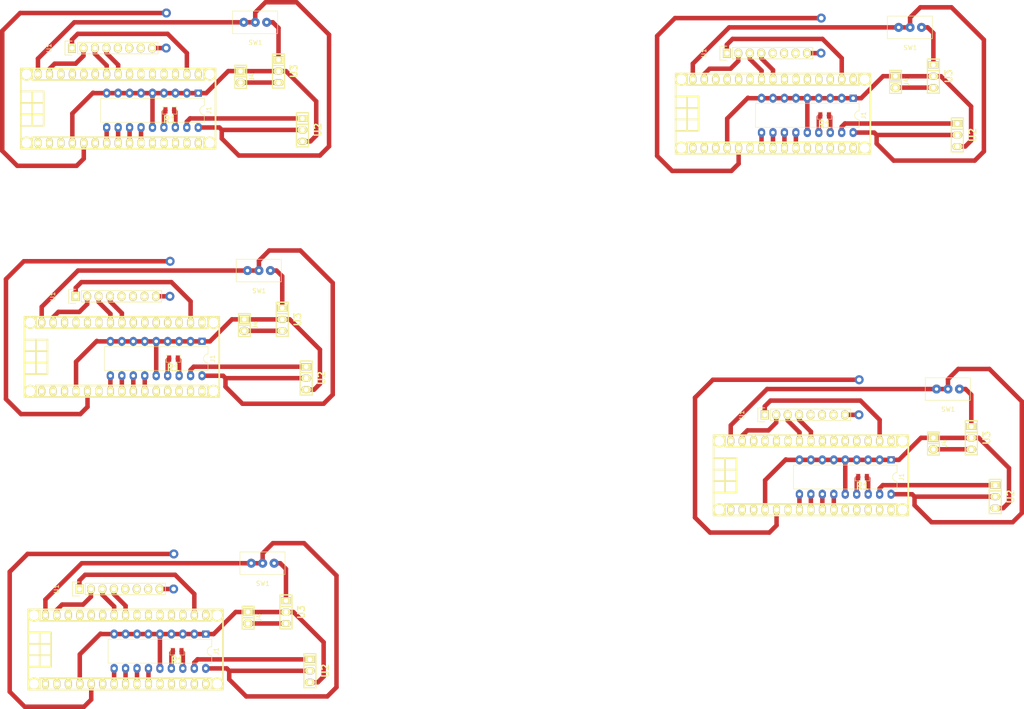
<source format=kicad_pcb>
(kicad_pcb (version 20211014) (generator pcbnew)
  (layers (0 "F.Cu" signal) (31 "B.Cu" signal) (34 "B.Paste" user) (35 "F.Paste" user) (36 "B.SilkS" user "B.Silkscreen") (37 "F.SilkS" user "F.Silkscreen") (38 "B.Mask" user) (39 "F.Mask" user) (44 "Edge.Cuts" user))
  (net 0 "")
  (net 1 "/GND")
  (net 2 "/AD9")
  (net 3 "/AD8")
  (net 4 "/AD10")
  (net 5 "/AD11")
  (net 6 "Net-(J1-Pad15)")
  (net 7 "Net-(J1-Pad16)")
  (net 8 "/DATA")
  (net 9 "/VCC MODULE")
  (net 13 "/INT")
  (net 21 "/VCC")
  (net 27 "/DATOS ANGULOS 2")
  (net 28 "/DATOS ANGULOS")
  (net 33 "/GND2")
  (net 34 "Net-(J4-Pad2)")
  (net 35 "Net-(U3-Pad1)")
  (footprint "huellas:sw micro" (layer "F.Cu") (at 78.8966 32.843)
    (fp_text reference "SW1")
    (fp_text value "SW_MEC_5G")
  )
  (footprint "EESTN5:Pin_Header_3" (layer "F.Cu") (at 242.9572 133.0307 -90)
    (fp_text reference "U2")
    (fp_text value "MODULORF" hide)
  )
  (footprint "EESTN5:arduino_nano_header" (layer "F.Cu") (at 50.1105 166.9305)
    (fp_text reference "J2" hide)
    (fp_text value "Arduino_Nano_Header" hide)
  )
  (footprint "EESTN5:Pin_Header_3" (layer "F.Cu") (at 90.1572 106.7557 -90)
    (fp_text reference "U2")
    (fp_text value "MODULORF" hide)
  )
  (footprint "EESTN5:Pin_Header_2" (layer "F.Cu") (at 229.546 121.2572 -90)
    (fp_text reference "J4")
    (fp_text value "BATTERY" hide)
  )
  (footprint "EESTN5:Pin_Header_2" (layer "F.Cu") (at 77.571 159.8822 -90)
    (fp_text reference "J4")
    (fp_text value "BATTERY" hide)
  )
  (footprint "huellas:sw micro" (layer "F.Cu") (at 232.5216 114.168)
    (fp_text reference "SW1")
    (fp_text value "SW_MEC_5G")
  )
  (footprint "EESTN5:Pin_Header_3" (layer "F.Cu") (at 237.6486 120.0005 -90)
    (fp_text reference "U3")
    (fp_text value "7805" hide)
  )
  (footprint "EESTN5:arduino_nano_header" (layer "F.Cu") (at 48.4605 46.9805)
    (fp_text reference "J2" hide)
    (fp_text value "Arduino_Nano_Header" hide)
  )
  (footprint "EESTN5:Pin_Header_3" (layer "F.Cu") (at 229.24 39.8015 -90)
    (fp_text reference "U3")
    (fp_text value "7805" hide)
  )
  (footprint "EESTN5:Pin_Header_Straight_1x08" (layer "F.Cu") (at 39.0524 88.6068 90)
    (fp_text reference "U1")
    (fp_text value "acelerometro_mp6050")
  )
  (footprint "Package_DIP:DIP-18_W7.62mm" (layer "F.Cu") (at 219.8586 124.874 -90)
    (fp_text reference "J1")
    (fp_text value "HT12E")
  )
  (footprint "EESTN5:R_0805" (layer "F.Cu") (at 213.5313 128.6994 180)
    (fp_text reference "R1")
    (fp_text value "1M" hide)
  )
  (footprint "EESTN5:R_0805" (layer "F.Cu") (at 59.9063 47.3744 180)
    (fp_text reference "R1")
    (fp_text value "1M" hide)
  )
  (footprint "Package_DIP:DIP-18_W7.62mm" (layer "F.Cu") (at 211.45 44.675 -90)
    (fp_text reference "J1")
    (fp_text value "HT12E")
  )
  (footprint "EESTN5:Pin_Header_2" (layer "F.Cu") (at 76.746 94.9822 -90)
    (fp_text reference "J4")
    (fp_text value "BATTERY" hide)
  )
  (footprint "EESTN5:Pin_Header_2" (layer "F.Cu") (at 221.1374 41.0582 -90)
    (fp_text reference "J4")
    (fp_text value "BATTERY" hide)
  )
  (footprint "EESTN5:Pin_Header_2" (layer "F.Cu") (at 75.921 39.9322 -90)
    (fp_text reference "J4")
    (fp_text value "BATTERY" hide)
  )
  (footprint "EESTN5:arduino_nano_header" (layer "F.Cu") (at 49.2855 102.0305)
    (fp_text reference "J2" hide)
    (fp_text value "Arduino_Nano_Header" hide)
  )
  (footprint "Package_DIP:DIP-18_W7.62mm" (layer "F.Cu") (at 67.0586 98.599 -90)
    (fp_text reference "J1")
    (fp_text value "HT12E")
  )
  (footprint "EESTN5:Pin_Header_3" (layer "F.Cu") (at 89.3322 51.7057 -90)
    (fp_text reference "U2")
    (fp_text value "MODULORF" hide)
  )
  (footprint "EESTN5:Pin_Header_3" (layer "F.Cu") (at 90.9822 171.6557 -90)
    (fp_text reference "U2")
    (fp_text value "MODULORF" hide)
  )
  (footprint "Package_DIP:DIP-18_W7.62mm" (layer "F.Cu") (at 67.8836 163.499 -90)
    (fp_text reference "J1")
    (fp_text value "HT12E")
  )
  (footprint "EESTN5:R_0805" (layer "F.Cu") (at 60.7313 102.4244 180)
    (fp_text reference "R1")
    (fp_text value "1M" hide)
  )
  (footprint "EESTN5:R_0805" (layer "F.Cu") (at 61.5563 167.3244 180)
    (fp_text reference "R1")
    (fp_text value "1M" hide)
  )
  (footprint "EESTN5:R_0805" (layer "F.Cu") (at 205.1227 48.5004 180)
    (fp_text reference "R1")
    (fp_text value "1M" hide)
  )
  (footprint "huellas:sw micro" (layer "F.Cu") (at 79.7216 87.893)
    (fp_text reference "SW1")
    (fp_text value "SW_MEC_5G")
  )
  (footprint "EESTN5:Pin_Header_Straight_1x08" (layer "F.Cu") (at 38.2274 33.5568 90)
    (fp_text reference "U1")
    (fp_text value "acelerometro_mp6050")
  )
  (footprint "Package_DIP:DIP-18_W7.62mm" (layer "F.Cu") (at 66.2336 43.549 -90)
    (fp_text reference "J1")
    (fp_text value "HT12E")
  )
  (footprint "EESTN5:Pin_Header_Straight_1x08" (layer "F.Cu") (at 191.8524 114.8818 90)
    (fp_text reference "U1")
    (fp_text value "acelerometro_mp6050")
  )
  (footprint "EESTN5:Pin_Header_3" (layer "F.Cu") (at 234.5486 52.8317 -90)
    (fp_text reference "U2")
    (fp_text value "MODULORF" hide)
  )
  (footprint "huellas:sw micro" (layer "F.Cu") (at 80.5466 152.793)
    (fp_text reference "SW1")
    (fp_text value "SW_MEC_5G")
  )
  (footprint "huellas:sw micro" (layer "F.Cu") (at 224.113 33.969)
    (fp_text reference "SW1")
    (fp_text value "SW_MEC_5G")
  )
  (footprint "EESTN5:Pin_Header_3" (layer "F.Cu") (at 84.0236 38.6755 -90)
    (fp_text reference "U3")
    (fp_text value "7805" hide)
  )
  (footprint "EESTN5:arduino_nano_header" (layer "F.Cu") (at 193.6769 48.1065)
    (fp_text reference "J2" hide)
    (fp_text value "Arduino_Nano_Header" hide)
  )
  (footprint "EESTN5:Pin_Header_3" (layer "F.Cu") (at 85.6736 158.6255 -90)
    (fp_text reference "U3")
    (fp_text value "7805" hide)
  )
  (footprint "EESTN5:arduino_nano_header" (layer "F.Cu") (at 202.0855 128.3055)
    (fp_text reference "J2" hide)
    (fp_text value "Arduino_Nano_Header" hide)
  )
  (footprint "EESTN5:Pin_Header_Straight_1x08" (layer "F.Cu") (at 39.8774 153.5068 90)
    (fp_text reference "U1")
    (fp_text value "acelerometro_mp6050")
  )
  (footprint "EESTN5:Pin_Header_Straight_1x08" (layer "F.Cu") (at 183.4438 34.6828 90)
    (fp_text reference "U1")
    (fp_text value "acelerometro_mp6050")
  )
  (footprint "EESTN5:Pin_Header_3" (layer "F.Cu") (at 84.8486 93.7255 -90)
    (fp_text reference "U3")
    (fp_text value "7805" hide)
  )
  (segment (start 188.1174 44.5888) (end 183.5169 49.1893) (width 1) (layer "F.Cu") (net 1))
  (segment (start 56.0736 43.549) (end 56.0736 51.169) (width 1) (layer "F.Cu") (net 1))
  (segment (start 84.8486 93.7255) (end 76.4418 93.7255) (width 1) (layer "F.Cu") (net 1))
  (segment (start 84.8486 93.7255) (end 86.5129 93.7255) (width 1) (layer "F.Cu") (net 1))
  (segment (start 55.1836 163.499) (end 57.7236 163.499) (width 1) (layer "F.Cu") (net 1))
  (segment (start 191.13 44.675) (end 193.67 44.675) (width 1) (layer "F.Cu") (net 1))
  (segment (start 229.24 39.8015) (end 220.8332 39.8015) (width 1) (layer "F.Cu") (net 1))
  (segment (start 219.8586 124.874) (end 217.3186 124.874) (width 1) (layer "F.Cu") (net 1))
  (segment (start 84.0236 38.6755) (end 75.6168 38.6755) (width 1) (layer "F.Cu") (net 1))
  (segment (start 42.9872 43.549) (end 42.901 43.4628) (width 1) (layer "F.Cu") (net 1))
  (segment (start 198.75 44.675) (end 201.29 44.675) (width 1) (layer "F.Cu") (net 1))
  (segment (start 67.0586 98.599) (end 68.8112 98.599) (width 1) (layer "F.Cu") (net 1))
  (segment (start 237.5966 54.0884) (end 236.3133 55.3717) (width 1) (layer "F.Cu") (net 1))
  (segment (start 201.29 44.675) (end 203.83 44.675) (width 1) (layer "F.Cu") (net 1))
  (segment (start 47.5636 163.499) (end 44.6372 163.499) (width 1) (layer "F.Cu") (net 1))
  (segment (start 217.3186 124.874) (end 214.7786 124.874) (width 1) (layer "F.Cu") (net 1))
  (segment (start 214.7786 124.874) (end 212.2386 124.874) (width 1) (layer "F.Cu") (net 1))
  (segment (start 236.3133 55.3717) (end 234.5486 55.3717) (width 1) (layer "F.Cu") (net 1))
  (segment (start 45.9136 43.549) (end 48.4536 43.549) (width 1) (layer "F.Cu") (net 1))
  (segment (start 93.2052 100.4178) (end 93.2052 108.0124) (width 1) (layer "F.Cu") (net 1))
  (segment (start 45.9136 43.549) (end 42.9872 43.549) (width 1) (layer "F.Cu") (net 1))
  (segment (start 191.13 44.675) (end 188.2036 44.675) (width 1) (layer "F.Cu") (net 1))
  (segment (start 43.726 98.5128) (end 39.1255 103.1133) (width 1) (layer "F.Cu") (net 1))
  (segment (start 66.2336 43.549) (end 63.6936 43.549) (width 1) (layer "F.Cu") (net 1))
  (segment (start 211.45 44.675) (end 213.2026 44.675) (width 1) (layer "F.Cu") (net 1))
  (segment (start 57.7236 163.499) (end 57.7236 171.119) (width 1) (layer "F.Cu") (net 1))
  (segment (start 51.8186 98.599) (end 54.3586 98.599) (width 1) (layer "F.Cu") (net 1))
  (segment (start 196.6122 124.874) (end 196.526 124.7878) (width 1) (layer "F.Cu") (net 1))
  (segment (start 49.2786 98.599) (end 51.8186 98.599) (width 1) (layer "F.Cu") (net 1))
  (segment (start 199.5386 124.874) (end 196.6122 124.874) (width 1) (layer "F.Cu") (net 1))
  (segment (start 46.7386 98.599) (end 49.2786 98.599) (width 1) (layer "F.Cu") (net 1))
  (segment (start 62.8036 163.499) (end 60.2636 163.499) (width 1) (layer "F.Cu") (net 1))
  (segment (start 202.0786 124.874) (end 204.6186 124.874) (width 1) (layer "F.Cu") (net 1))
  (segment (start 52.6436 163.499) (end 55.1836 163.499) (width 1) (layer "F.Cu") (net 1))
  (segment (start 67.0586 98.599) (end 64.5186 98.599) (width 1) (layer "F.Cu") (net 1))
  (segment (start 39.9505 168.0133) (end 39.9505 174.5505) (width 1) (layer "F.Cu") (net 1))
  (segment (start 191.9255 129.3883) (end 191.9255 135.9255) (width 1) (layer "F.Cu") (net 1))
  (segment (start 201.29 44.675) (end 201.29 52.295) (width 1) (layer "F.Cu") (net 1))
  (segment (start 74.523 158.6122) (end 77.2535 158.6122) (width 1) (layer "F.Cu") (net 1))
  (segment (start 237.5966 46.4938) (end 237.5966 54.0884) (width 1) (layer "F.Cu") (net 1))
  (segment (start 63.6936 43.549) (end 61.1536 43.549) (width 1) (layer "F.Cu") (net 1))
  (segment (start 229.24 39.8015) (end 230.9043 39.8015) (width 1) (layer "F.Cu") (net 1))
  (segment (start 38.3005 48.0633) (end 38.3005 54.6005) (width 1) (layer "F.Cu") (net 1))
  (segment (start 69.6362 163.499) (end 74.523 158.6122) (width 1) (layer "F.Cu") (net 1))
  (segment (start 208.91 44.675) (end 206.37 44.675) (width 1) (layer "F.Cu") (net 1))
  (segment (start 53.5336 43.549) (end 56.0736 43.549) (width 1) (layer "F.Cu") (net 1))
  (segment (start 91.0969 54.2457) (end 89.3322 54.2457) (width 1) (layer "F.Cu") (net 1))
  (segment (start 91.9219 109.2957) (end 90.1572 109.2957) (width 1) (layer "F.Cu") (net 1))
  (segment (start 93.2052 108.0124) (end 91.9219 109.2957) (width 1) (layer "F.Cu") (net 1))
  (segment (start 85.6736 158.6255) (end 87.3379 158.6255) (width 1) (layer "F.Cu") (net 1))
  (segment (start 218.0894 39.7882) (end 220.8199 39.7882) (width 1) (layer "F.Cu") (net 1))
  (segment (start 84.0236 38.6755) (end 85.6879 38.6755) (width 1) (layer "F.Cu") (net 1))
  (segment (start 54.3586 98.599) (end 56.8986 98.599) (width 1) (layer "F.Cu") (net 1))
  (segment (start 65.3436 163.499) (end 62.8036 163.499) (width 1) (layer "F.Cu") (net 1))
  (segment (start 87.3379 158.6255) (end 94.0302 165.3178) (width 1) (layer "F.Cu") (net 1))
  (segment (start 237.6486 120.0005) (end 229.2418 120.0005) (width 1) (layer "F.Cu") (net 1))
  (segment (start 92.7469 174.1957) (end 90.9822 174.1957) (width 1) (layer "F.Cu") (net 1))
  (segment (start 209.6986 124.874) (end 209.6986 132.494) (width 1) (layer "F.Cu") (net 1))
  (segment (start 50.1036 163.499) (end 52.6436 163.499) (width 1) (layer "F.Cu") (net 1))
  (segment (start 75.6168 38.6755) (end 75.6035 38.6622) (width 1) (layer "F.Cu") (net 1))
  (segment (start 239.3129 120.0005) (end 246.0052 126.6928) (width 1) (layer "F.Cu") (net 1))
  (segment (start 229.2418 120.0005) (end 229.2285 119.9872) (width 1) (layer "F.Cu") (net 1))
  (segment (start 73.698 93.7122) (end 76.4285 93.7122) (width 1) (layer "F.Cu") (net 1))
  (segment (start 246.0052 134.2874) (end 244.7219 135.5707) (width 1) (layer "F.Cu") (net 1))
  (segment (start 86.5129 93.7255) (end 93.2052 100.4178) (width 1) (layer "F.Cu") (net 1))
  (segment (start 188.2036 44.675) (end 188.1174 44.5888) (width 1) (layer "F.Cu") (net 1))
  (segment (start 211.45 44.675) (end 208.91 44.675) (width 1) (layer "F.Cu") (net 1))
  (segment (start 92.3802 45.3678) (end 92.3802 52.9624) (width 1) (layer "F.Cu") (net 1))
  (segment (start 246.0052 126.6928) (end 246.0052 134.2874) (width 1) (layer "F.Cu") (net 1))
  (segment (start 85.6879 38.6755) (end 92.3802 45.3678) (width 1) (layer "F.Cu") (net 1))
  (segment (start 46.7386 98.599) (end 43.8122 98.599) (width 1) (layer "F.Cu") (net 1))
  (segment (start 207.1586 124.874) (end 209.6986 124.874) (width 1) (layer "F.Cu") (net 1))
  (segment (start 221.6112 124.874) (end 226.498 119.9872) (width 1) (layer "F.Cu") (net 1))
  (segment (start 44.551 163.4128) (end 39.9505 168.0133) (width 1) (layer "F.Cu") (net 1))
  (segment (start 94.0302 172.9124) (end 92.7469 174.1957) (width 1) (layer "F.Cu") (net 1))
  (segment (start 47.5636 163.499) (end 50.1036 163.499) (width 1) (layer "F.Cu") (net 1))
  (segment (start 204.6186 124.874) (end 207.1586 124.874) (width 1) (layer "F.Cu") (net 1))
  (segment (start 85.6736 158.6255) (end 77.2668 158.6255) (width 1) (layer "F.Cu") (net 1))
  (segment (start 48.4536 43.549) (end 50.9936 43.549) (width 1) (layer "F.Cu") (net 1))
  (segment (start 77.2668 158.6255) (end 77.2535 158.6122) (width 1) (layer "F.Cu") (net 1))
  (segment (start 230.9043 39.8015) (end 237.5966 46.4938) (width 1) (layer "F.Cu") (net 1))
  (segment (start 42.901 43.4628) (end 38.3005 48.0633) (width 1) (layer "F.Cu") (net 1))
  (segment (start 193.67 44.675) (end 196.21 44.675) (width 1) (layer "F.Cu") (net 1))
  (segment (start 226.498 119.9872) (end 229.2285 119.9872) (width 1) (layer "F.Cu") (net 1))
  (segment (start 66.2336 43.549) (end 67.9862 43.549) (width 1) (layer "F.Cu") (net 1))
  (segment (start 67.9862 43.549) (end 72.873 38.6622) (width 1) (layer "F.Cu") (net 1))
  (segment (start 196.21 44.675) (end 198.75 44.675) (width 1) (layer "F.Cu") (net 1))
  (segment (start 94.0302 165.3178) (end 94.0302 172.9124) (width 1) (layer "F.Cu") (net 1))
  (segment (start 206.37 44.675) (end 203.83 44.675) (width 1) (layer "F.Cu") (net 1))
  (segment (start 43.8122 98.599) (end 43.726 98.5128) (width 1) (layer "F.Cu") (net 1))
  (segment (start 44.6372 163.499) (end 44.551 163.4128) (width 1) (layer "F.Cu") (net 1))
  (segment (start 64.5186 98.599) (end 61.9786 98.599) (width 1) (layer "F.Cu") (net 1))
  (segment (start 56.0736 43.549) (end 58.6136 43.549) (width 1) (layer "F.Cu") (net 1))
  (segment (start 68.8112 98.599) (end 73.698 93.7122) (width 1) (layer "F.Cu") (net 1))
  (segment (start 72.873 38.6622) (end 75.6035 38.6622) (width 1) (layer "F.Cu") (net 1))
  (segment (start 244.7219 135.5707) (end 242.9572 135.5707) (width 1) (layer "F.Cu") (net 1))
  (segment (start 39.1255 103.1133) (end 39.1255 109.6505) (width 1) (layer "F.Cu") (net 1))
  (segment (start 220.8332 39.8015) (end 220.8199 39.7882) (width 1) (layer "F.Cu") (net 1))
  (segment (start 67.8836 163.499) (end 65.3436 163.499) (width 1) (layer "F.Cu") (net 1))
  (segment (start 50.9936 43.549) (end 53.5336 43.549) (width 1) (layer "F.Cu") (net 1))
  (segment (start 183.5169 49.1893) (end 183.5169 55.7265) (width 1) (layer "F.Cu") (net 1))
  (segment (start 219.8586 124.874) (end 221.6112 124.874) (width 1) (layer "F.Cu") (net 1))
  (segment (start 213.2026 44.675) (end 218.0894 39.7882) (width 1) (layer "F.Cu") (net 1))
  (segment (start 56.8986 98.599) (end 59.4386 98.599) (width 1) (layer "F.Cu") (net 1))
  (segment (start 237.6486 120.0005) (end 239.3129 120.0005) (width 1) (layer "F.Cu") (net 1))
  (segment (start 199.5386 124.874) (end 202.0786 124.874) (width 1) (layer "F.Cu") (net 1))
  (segment (start 92.3802 52.9624) (end 91.0969 54.2457) (width 1) (layer "F.Cu") (net 1))
  (segment (start 61.1536 43.549) (end 58.6136 43.549) (width 1) (layer "F.Cu") (net 1))
  (segment (start 76.4418 93.7255) (end 76.4285 93.7122) (width 1) (layer "F.Cu") (net 1))
  (segment (start 209.6986 124.874) (end 212.2386 124.874) (width 1) (layer "F.Cu") (net 1))
  (segment (start 56.8986 98.599) (end 56.8986 106.219) (width 1) (layer "F.Cu") (net 1))
  (segment (start 61.9786 98.599) (end 59.4386 98.599) (width 1) (layer "F.Cu") (net 1))
  (segment (start 57.7236 163.499) (end 60.2636 163.499) (width 1) (layer "F.Cu") (net 1))
  (segment (start 196.526 124.7878) (end 191.9255 129.3883) (width 1) (layer "F.Cu") (net 1))
  (segment (start 67.8836 163.499) (end 69.6362 163.499) (width 1) (layer "F.Cu") (net 1))
  (segment (start 45.9136 51.169) (end 45.9136 54.5936) (width 1) (layer "F.Cu") (net 2))
  (segment (start 191.13 55.7196) (end 191.1369 55.7265) (width 1) (layer "F.Cu") (net 2))
  (segment (start 46.7386 109.6436) (end 46.7455 109.6505) (width 1) (layer "F.Cu") (net 2))
  (segment (start 199.5386 135.9186) (end 199.5455 135.9255) (width 1) (layer "F.Cu") (net 2))
  (segment (start 45.9136 54.5936) (end 45.9205 54.6005) (width 1) (layer "F.Cu") (net 2))
  (segment (start 199.5386 132.494) (end 199.5386 135.9186) (width 1) (layer "F.Cu") (net 2))
  (segment (start 47.5636 174.5436) (end 47.5705 174.5505) (width 1) (layer "F.Cu") (net 2))
  (segment (start 46.7386 106.219) (end 46.7386 109.6436) (width 1) (layer "F.Cu") (net 2))
  (segment (start 191.13 52.295) (end 191.13 55.7196) (width 1) (layer "F.Cu") (net 2))
  (segment (start 47.5636 171.119) (end 47.5636 174.5436) (width 1) (layer "F.Cu") (net 2))
  (segment (start 50.1036 174.5436) (end 50.1105 174.5505) (width 1) (layer "F.Cu") (net 3))
  (segment (start 202.0786 135.9186) (end 202.0855 135.9255) (width 1) (layer "F.Cu") (net 3))
  (segment (start 50.1036 171.119) (end 50.1036 174.5436) (width 1) (layer "F.Cu") (net 3))
  (segment (start 48.4536 54.5936) (end 48.4605 54.6005) (width 1) (layer "F.Cu") (net 3))
  (segment (start 49.2786 106.219) (end 49.2786 109.6436) (width 1) (layer "F.Cu") (net 3))
  (segment (start 48.4536 51.169) (end 48.4536 54.5936) (width 1) (layer "F.Cu") (net 3))
  (segment (start 202.0786 132.494) (end 202.0786 135.9186) (width 1) (layer "F.Cu") (net 3))
  (segment (start 193.67 55.7196) (end 193.6769 55.7265) (width 1) (layer "F.Cu") (net 3))
  (segment (start 49.2786 109.6436) (end 49.2855 109.6505) (width 1) (layer "F.Cu") (net 3))
  (segment (start 193.67 52.295) (end 193.67 55.7196) (width 1) (layer "F.Cu") (net 3))
  (segment (start 50.9936 54.5936) (end 51.0005 54.6005) (width 1) (layer "F.Cu") (net 4))
  (segment (start 196.21 52.295) (end 196.21 55.7196) (width 1) (layer "F.Cu") (net 4))
  (segment (start 204.6186 135.9186) (end 204.6255 135.9255) (width 1) (layer "F.Cu") (net 4))
  (segment (start 52.6436 171.119) (end 52.6436 174.5436) (width 1) (layer "F.Cu") (net 4))
  (segment (start 52.6436 174.5436) (end 52.6505 174.5505) (width 1) (layer "F.Cu") (net 4))
  (segment (start 50.9936 51.169) (end 50.9936 54.5936) (width 1) (layer "F.Cu") (net 4))
  (segment (start 51.8186 109.6436) (end 51.8255 109.6505) (width 1) (layer "F.Cu") (net 4))
  (segment (start 204.6186 132.494) (end 204.6186 135.9186) (width 1) (layer "F.Cu") (net 4))
  (segment (start 196.21 55.7196) (end 196.2169 55.7265) (width 1) (layer "F.Cu") (net 4))
  (segment (start 51.8186 106.219) (end 51.8186 109.6436) (width 1) (layer "F.Cu") (net 4))
  (segment (start 53.5336 51.169) (end 53.5336 54.5936) (width 1) (layer "F.Cu") (net 5))
  (segment (start 55.1836 174.5436) (end 55.1905 174.5505) (width 1) (layer "F.Cu") (net 5))
  (segment (start 207.1586 135.9186) (end 207.1655 135.9255) (width 1) (layer "F.Cu") (net 5))
  (segment (start 53.5336 54.5936) (end 53.5405 54.6005) (width 1) (layer "F.Cu") (net 5))
  (segment (start 55.1836 171.119) (end 55.1836 174.5436) (width 1) (layer "F.Cu") (net 5))
  (segment (start 207.1586 132.494) (end 207.1586 135.9186) (width 1) (layer "F.Cu") (net 5))
  (segment (start 198.75 52.295) (end 198.75 55.7196) (width 1) (layer "F.Cu") (net 5))
  (segment (start 54.3586 106.219) (end 54.3586 109.6436) (width 1) (layer "F.Cu") (net 5))
  (segment (start 198.75 55.7196) (end 198.7569 55.7265) (width 1) (layer "F.Cu") (net 5))
  (segment (start 54.3586 109.6436) (end 54.3655 109.6505) (width 1) (layer "F.Cu") (net 5))
  (segment (start 58.6136 51.169) (end 58.6136 47.7146) (width 1) (layer "F.Cu") (net 6))
  (segment (start 212.2386 132.494) (end 212.2386 129.0396) (width 1) (layer "F.Cu") (net 6))
  (segment (start 203.83 52.295) (end 203.83 48.8406) (width 1) (layer "F.Cu") (net 6))
  (segment (start 212.2386 129.0396) (end 212.5788 128.6994) (width 1) (layer "F.Cu") (net 6))
  (segment (start 59.4386 102.7646) (end 59.7788 102.4244) (width 1) (layer "F.Cu") (net 6))
  (segment (start 58.6136 47.7146) (end 58.9538 47.3744) (width 1) (layer "F.Cu") (net 6))
  (segment (start 203.83 48.8406) (end 204.1702 48.5004) (width 1) (layer "F.Cu") (net 6))
  (segment (start 59.4386 106.219) (end 59.4386 102.7646) (width 1) (layer "F.Cu") (net 6))
  (segment (start 60.2636 171.119) (end 60.2636 167.6646) (width 1) (layer "F.Cu") (net 6))
  (segment (start 60.2636 167.6646) (end 60.6038 167.3244) (width 1) (layer "F.Cu") (net 6))
  (segment (start 61.9786 102.7192) (end 61.6838 102.4244) (width 1) (layer "F.Cu") (net 7))
  (segment (start 214.7786 128.9942) (end 214.4838 128.6994) (width 1) (layer "F.Cu") (net 7))
  (segment (start 61.1536 47.6692) (end 60.8588 47.3744) (width 1) (layer "F.Cu") (net 7))
  (segment (start 206.37 48.7952) (end 206.0752 48.5004) (width 1) (layer "F.Cu") (net 7))
  (segment (start 61.9786 106.219) (end 61.9786 102.7192) (width 1) (layer "F.Cu") (net 7))
  (segment (start 61.1536 51.169) (end 61.1536 47.6692) (width 1) (layer "F.Cu") (net 7))
  (segment (start 214.7786 132.494) (end 214.7786 128.9942) (width 1) (layer "F.Cu") (net 7))
  (segment (start 62.8036 167.6192) (end 62.5088 167.3244) (width 1) (layer "F.Cu") (net 7))
  (segment (start 62.8036 171.119) (end 62.8036 167.6192) (width 1) (layer "F.Cu") (net 7))
  (segment (start 206.37 52.295) (end 206.37 48.7952) (width 1) (layer "F.Cu") (net 7))
  (segment (start 208.91 50.9996) (end 209.6312 50.2784) (width 1) (layer "F.Cu") (net 8))
  (segment (start 65.2531 104.2157) (end 65.2398 104.2024) (width 1) (layer "F.Cu") (net 8))
  (segment (start 90.1572 104.2157) (end 65.2531 104.2157) (width 1) (layer "F.Cu") (net 8))
  (segment (start 65.3436 169.8236) (end 66.0648 169.1024) (width 1) (layer "F.Cu") (net 8))
  (segment (start 63.6936 49.8736) (end 64.4148 49.1524) (width 1) (layer "F.Cu") (net 8))
  (segment (start 217.3186 131.1986) (end 218.0398 130.4774) (width 1) (layer "F.Cu") (net 8))
  (segment (start 217.3186 132.494) (end 217.3186 131.1986) (width 1) (layer "F.Cu") (net 8))
  (segment (start 90.9822 169.1157) (end 66.0781 169.1157) (width 1) (layer "F.Cu") (net 8))
  (segment (start 209.6445 50.2917) (end 209.6312 50.2784) (width 1) (layer "F.Cu") (net 8))
  (segment (start 208.91 52.295) (end 208.91 50.9996) (width 1) (layer "F.Cu") (net 8))
  (segment (start 63.6936 51.169) (end 63.6936 49.8736) (width 1) (layer "F.Cu") (net 8))
  (segment (start 64.5186 104.9236) (end 65.2398 104.2024) (width 1) (layer "F.Cu") (net 8))
  (segment (start 64.5186 106.219) (end 64.5186 104.9236) (width 1) (layer "F.Cu") (net 8))
  (segment (start 242.9572 130.4907) (end 218.0531 130.4907) (width 1) (layer "F.Cu") (net 8))
  (segment (start 65.3436 171.119) (end 65.3436 169.8236) (width 1) (layer "F.Cu") (net 8))
  (segment (start 89.3322 49.1657) (end 64.4281 49.1657) (width 1) (layer "F.Cu") (net 8))
  (segment (start 234.5486 50.2917) (end 209.6445 50.2917) (width 1) (layer "F.Cu") (net 8))
  (segment (start 218.0531 130.4907) (end 218.0398 130.4774) (width 1) (layer "F.Cu") (net 8))
  (segment (start 64.4281 49.1657) (end 64.4148 49.1524) (width 1) (layer "F.Cu") (net 8))
  (segment (start 66.0781 169.1157) (end 66.0648 169.1024) (width 1) (layer "F.Cu") (net 8))
  (segment (start 216.1182 52.295) (end 216.6549 52.8317) (width 1) (layer "F.Cu") (net 9))
  (segment (start 73.0885 173.5607) (end 76.8598 177.332) (width 1) (layer "F.Cu") (net 9))
  (segment (start 183.9506 28.969) (end 221.533 28.969) (width 1) (layer "F.Cu") (net 9))
  (segment (start 31.5055 90.9467) (end 39.5592 82.893) (width 1) (layer "F.Cu") (net 9))
  (segment (start 248.85 111.91) (end 241.6618 104.7218) (width 1) (layer "F.Cu") (net 9))
  (segment (start 96.05 85.635) (end 88.8618 78.4468) (width 1) (layer "F.Cu") (net 9))
  (segment (start 184.3055 120.6855) (end 184.3055 117.2217) (width 1) (layer "F.Cu") (net 9))
  (segment (start 241.6618 104.7218) (end 234.753 104.7218) (width 1) (layer "F.Cu") (net 9))
  (segment (start 248.85 136.675) (end 248.85 111.91) (width 1) (layer "F.Cu") (net 9))
  (segment (start 40.3842 147.793) (end 77.9666 147.793) (width 1) (layer "F.Cu") (net 9))
  (segment (start 75.2098 57.382) (end 93.193 57.382) (width 1) (layer "F.Cu") (net 9))
  (segment (start 72.2635 106.7557) (end 72.2635 108.6607) (width 1) (layer "F.Cu") (net 9))
  (segment (start 66.2336 51.169) (end 70.9018 51.169) (width 1) (layer "F.Cu") (net 9))
  (segment (start 30.6805 39.3605) (end 30.6805 35.8967) (width 1) (layer "F.Cu") (net 9))
  (segment (start 238.4094 58.508) (end 240.4414 56.476) (width 1) (layer "F.Cu") (net 9))
  (segment (start 94.018 112.432) (end 96.05 110.4) (width 1) (layer "F.Cu") (net 9))
  (segment (start 89.6868 143.3468) (end 82.778 143.3468) (width 1) (layer "F.Cu") (net 9))
  (segment (start 95.225 55.35) (end 95.225 30.585) (width 1) (layer "F.Cu") (net 9))
  (segment (start 94.843 177.332) (end 96.875 175.3) (width 1) (layer "F.Cu") (net 9))
  (segment (start 80.5066 145.6182) (end 80.5066 147.793) (width 1) (layer "F.Cu") (net 9))
  (segment (start 71.4385 51.7057) (end 71.4385 53.6107) (width 1) (layer "F.Cu") (net 9))
  (segment (start 82.778 143.3468) (end 80.5066 145.6182) (width 1) (layer "F.Cu") (net 9))
  (segment (start 93.193 57.382) (end 95.225 55.35) (width 1) (layer "F.Cu") (net 9))
  (segment (start 32.3305 159.3105) (end 32.3305 155.8467) (width 1) (layer "F.Cu") (net 9))
  (segment (start 211.45 52.295) (end 216.1182 52.295) (width 1) (layer "F.Cu") (net 9))
  (segment (start 79.6816 82.893) (end 77.1416 82.893) (width 1) (layer "F.Cu") (net 9))
  (segment (start 30.6805 35.8967) (end 38.7342 27.843) (width 1) (layer "F.Cu") (net 9))
  (segment (start 31.5055 94.4105) (end 31.5055 90.9467) (width 1) (layer "F.Cu") (net 9))
  (segment (start 81.953 78.4468) (end 79.6816 80.7182) (width 1) (layer "F.Cu") (net 9))
  (segment (start 80.5066 147.793) (end 77.9666 147.793) (width 1) (layer "F.Cu") (net 9))
  (segment (start 240.4414 56.476) (end 240.4414 31.711) (width 1) (layer "F.Cu") (net 9))
  (segment (start 175.8969 40.4865) (end 175.8969 37.0227) (width 1) (layer "F.Cu") (net 9))
  (segment (start 225.0635 133.0307) (end 225.0635 134.9357) (width 1) (layer "F.Cu") (net 9))
  (segment (start 175.8969 37.0227) (end 183.9506 28.969) (width 1) (layer "F.Cu") (net 9))
  (segment (start 72.2635 106.7557) (end 90.1572 106.7557) (width 1) (layer "F.Cu") (net 9))
  (segment (start 216.6549 54.7367) (end 220.4262 58.508) (width 1) (layer "F.Cu") (net 9))
  (segment (start 71.7268 106.219) (end 72.2635 106.7557) (width 1) (layer "F.Cu") (net 9))
  (segment (start 88.0368 23.3968) (end 81.128 23.3968) (width 1) (layer "F.Cu") (net 9))
  (segment (start 73.0885 171.6557) (end 90.9822 171.6557) (width 1) (layer "F.Cu") (net 9))
  (segment (start 233.2532 24.5228) (end 226.3444 24.5228) (width 1) (layer "F.Cu") (net 9))
  (segment (start 67.8836 171.119) (end 72.5518 171.119) (width 1) (layer "F.Cu") (net 9))
  (segment (start 232.4816 106.9932) (end 232.4816 109.168) (width 1) (layer "F.Cu") (net 9))
  (segment (start 73.0885 171.6557) (end 73.0885 173.5607) (width 1) (layer "F.Cu") (net 9))
  (segment (start 71.4385 51.7057) (end 89.3322 51.7057) (width 1) (layer "F.Cu") (net 9))
  (segment (start 72.2635 108.6607) (end 76.0348 112.432) (width 1) (layer "F.Cu") (net 9))
  (segment (start 224.073 26.7942) (end 224.073 28.969) (width 1) (layer "F.Cu") (net 9))
  (segment (start 228.8348 138.707) (end 246.818 138.707) (width 1) (layer "F.Cu") (net 9))
  (segment (start 95.225 30.585) (end 88.0368 23.3968) (width 1) (layer "F.Cu") (net 9))
  (segment (start 88.8618 78.4468) (end 81.953 78.4468) (width 1) (layer "F.Cu") (net 9))
  (segment (start 67.0586 106.219) (end 71.7268 106.219) (width 1) (layer "F.Cu") (net 9))
  (segment (start 219.8586 132.494) (end 224.5268 132.494) (width 1) (layer "F.Cu") (net 9))
  (segment (start 71.4385 53.6107) (end 75.2098 57.382) (width 1) (layer "F.Cu") (net 9))
  (segment (start 246.818 138.707) (end 248.85 136.675) (width 1) (layer "F.Cu") (net 9))
  (segment (start 76.0348 112.432) (end 94.018 112.432) (width 1) (layer "F.Cu") (net 9))
  (segment (start 225.0635 134.9357) (end 228.8348 138.707) (width 1) (layer "F.Cu") (net 9))
  (segment (start 38.7342 27.843) (end 76.3166 27.843) (width 1) (layer "F.Cu") (net 9))
  (segment (start 39.5592 82.893) (end 77.1416 82.893) (width 1) (layer "F.Cu") (net 9))
  (segment (start 184.3055 117.2217) (end 192.3592 109.168) (width 1) (layer "F.Cu") (net 9))
  (segment (start 234.753 104.7218) (end 232.4816 106.9932) (width 1) (layer "F.Cu") (net 9))
  (segment (start 96.875 150.535) (end 89.6868 143.3468) (width 1) (layer "F.Cu") (net 9))
  (segment (start 76.8598 177.332) (end 94.843 177.332) (width 1) (layer "F.Cu") (net 9))
  (segment (start 79.6816 80.7182) (end 79.6816 82.893) (width 1) (layer "F.Cu") (net 9))
  (segment (start 216.6549 52.8317) (end 234.5486 52.8317) (width 1) (layer "F.Cu") (net 9))
  (segment (start 78.8566 27.843) (end 76.3166 27.843) (width 1) (layer "F.Cu") (net 9))
  (segment (start 220.4262 58.508) (end 238.4094 58.508) (width 1) (layer "F.Cu") (net 9))
  (segment (start 192.3592 109.168) (end 229.9416 109.168) (width 1) (layer "F.Cu") (net 9))
  (segment (start 232.4816 109.168) (end 229.9416 109.168) (width 1) (layer "F.Cu") (net 9))
  (segment (start 72.5518 171.119) (end 73.0885 171.6557) (width 1) (layer "F.Cu") (net 9))
  (segment (start 240.4414 31.711) (end 233.2532 24.5228) (width 1) (layer "F.Cu") (net 9))
  (segment (start 216.6549 52.8317) (end 216.6549 54.7367) (width 1) (layer "F.Cu") (net 9))
  (segment (start 224.073 28.969) (end 221.533 28.969) (width 1) (layer "F.Cu") (net 9))
  (segment (start 224.5268 132.494) (end 225.0635 133.0307) (width 1) (layer "F.Cu") (net 9))
  (segment (start 70.9018 51.169) (end 71.4385 51.7057) (width 1) (layer "F.Cu") (net 9))
  (segment (start 78.8566 25.6682) (end 78.8566 27.843) (width 1) (layer "F.Cu") (net 9))
  (segment (start 226.3444 24.5228) (end 224.073 26.7942) (width 1) (layer "F.Cu") (net 9))
  (segment (start 81.128 23.3968) (end 78.8566 25.6682) (width 1) (layer "F.Cu") (net 9))
  (segment (start 96.875 175.3) (end 96.875 150.535) (width 1) (layer "F.Cu") (net 9))
  (segment (start 96.05 110.4) (end 96.05 85.635) (width 1) (layer "F.Cu") (net 9))
  (segment (start 225.0635 133.0307) (end 242.9572 133.0307) (width 1) (layer "F.Cu") (net 9))
  (segment (start 32.3305 155.8467) (end 40.3842 147.793) (width 1) (layer "F.Cu") (net 9))
  (segment (start 41.6655 109.6505) (end 41.6655 113.1209) (width 1) (layer "F.Cu") (net 13))
  (segment (start 39.2434 59.668) (end 26.0862 59.668) (width 1) (layer "F.Cu") (net 13))
  (segment (start 56.0074 33.5568) (end 59.1062 33.5568) (width 1) (layer "F.Cu") (net 13))
  (segment (start 204.3226 34.6828) (end 204.3988 34.6828) (width 1) (layer "F.Cu") (net 13))
  (segment (start 194.4655 139.3959) (end 192.8684 140.993) (width 1) (layer "F.Cu") (net 13))
  (segment (start 40.8405 54.6005) (end 40.8405 58.0709) (width 1) (layer "F.Cu") (net 13))
  (segment (start 192.8684 140.993) (end 179.7112 140.993) (width 1) (layer "F.Cu") (net 13))
  (segment (start 57.6574 153.5068) (end 60.7562 153.5068) (width 1) (layer "F.Cu") (net 13))
  (segment (start 186.0569 59.1969) (end 184.4598 60.794) (width 1) (layer "F.Cu") (net 13))
  (segment (start 180.3462 107.1094) (end 212.782 107.1094) (width 1) (layer "F.Cu") (net 13))
  (segment (start 212.7312 114.8818) (end 212.8074 114.8818) (width 1) (layer "F.Cu") (net 13))
  (segment (start 24.6628 149.4428) (end 28.3712 145.7344) (width 1) (layer "F.Cu") (net 13))
  (segment (start 26.9112 114.718) (end 23.5838 111.3906) (width 1) (layer "F.Cu") (net 13))
  (segment (start 27.5462 80.8344) (end 59.982 80.8344) (width 1) (layer "F.Cu") (net 13))
  (segment (start 23.5838 111.3906) (end 23.5838 84.7968) (width 1) (layer "F.Cu") (net 13))
  (segment (start 24.4088 149.6968) (end 24.6628 149.4428) (width 1) (layer "F.Cu") (net 13))
  (segment (start 23.5838 84.7968) (end 23.8378 84.5428) (width 1) (layer "F.Cu") (net 13))
  (segment (start 176.3838 137.6656) (end 176.3838 111.0718) (width 1) (layer "F.Cu") (net 13))
  (segment (start 26.0862 59.668) (end 22.7588 56.3406) (width 1) (layer "F.Cu") (net 13))
  (segment (start 209.6324 114.8818) (end 212.7312 114.8818) (width 1) (layer "F.Cu") (net 13))
  (segment (start 22.7588 56.3406) (end 22.7588 29.7468) (width 1) (layer "F.Cu") (net 13))
  (segment (start 59.1062 33.5568) (end 59.1824 33.5568) (width 1) (layer "F.Cu") (net 13))
  (segment (start 42.4905 178.0209) (end 40.8934 179.618) (width 1) (layer "F.Cu") (net 13))
  (segment (start 56.8324 88.6068) (end 59.9312 88.6068) (width 1) (layer "F.Cu") (net 13))
  (segment (start 28.3712 145.7344) (end 60.807 145.7344) (width 1) (layer "F.Cu") (net 13))
  (segment (start 40.0684 114.718) (end 26.9112 114.718) (width 1) (layer "F.Cu") (net 13))
  (segment (start 167.9752 57.4666) (end 167.9752 30.8728) (width 1) (layer "F.Cu") (net 13))
  (segment (start 40.8405 58.0709) (end 39.2434 59.668) (width 1) (layer "F.Cu") (net 13))
  (segment (start 201.2238 34.6828) (end 204.3226 34.6828) (width 1) (layer "F.Cu") (net 13))
  (segment (start 171.3026 60.794) (end 167.9752 57.4666) (width 1) (layer "F.Cu") (net 13))
  (segment (start 194.4655 135.9255) (end 194.4655 139.3959) (width 1) (layer "F.Cu") (net 13))
  (segment (start 186.0569 55.7265) (end 186.0569 59.1969) (width 1) (layer "F.Cu") (net 13))
  (segment (start 41.6655 113.1209) (end 40.0684 114.718) (width 1) (layer "F.Cu") (net 13))
  (segment (start 168.2292 30.6188) (end 171.9376 26.9104) (width 1) (layer "F.Cu") (net 13))
  (segment (start 59.9312 88.6068) (end 60.0074 88.6068) (width 1) (layer "F.Cu") (net 13))
  (segment (start 176.6378 110.8178) (end 180.3462 107.1094) (width 1) (layer "F.Cu") (net 13))
  (segment (start 40.8934 179.618) (end 27.7362 179.618) (width 1) (layer "F.Cu") (net 13))
  (segment (start 171.9376 26.9104) (end 204.3734 26.9104) (width 1) (layer "F.Cu") (net 13))
  (segment (start 22.7588 29.7468) (end 23.0128 29.4928) (width 1) (layer "F.Cu") (net 13))
  (segment (start 23.0128 29.4928) (end 26.7212 25.7844) (width 1) (layer "F.Cu") (net 13))
  (segment (start 23.8378 84.5428) (end 27.5462 80.8344) (width 1) (layer "F.Cu") (net 13))
  (segment (start 60.7562 153.5068) (end 60.8324 153.5068) (width 1) (layer "F.Cu") (net 13))
  (segment (start 167.9752 30.8728) (end 168.2292 30.6188) (width 1) (layer "F.Cu") (net 13))
  (segment (start 176.3838 111.0718) (end 176.6378 110.8178) (width 1) (layer "F.Cu") (net 13))
  (segment (start 42.4905 174.5505) (end 42.4905 178.0209) (width 1) (layer "F.Cu") (net 13))
  (segment (start 179.7112 140.993) (end 176.3838 137.6656) (width 1) (layer "F.Cu") (net 13))
  (segment (start 184.4598 60.794) (end 171.3026 60.794) (width 1) (layer "F.Cu") (net 13))
  (segment (start 27.7362 179.618) (end 24.4088 176.2906) (width 1) (layer "F.Cu") (net 13))
  (segment (start 26.7212 25.7844) (end 59.157 25.7844) (width 1) (layer "F.Cu") (net 13))
  (segment (start 24.4088 176.2906) (end 24.4088 149.6968) (width 1) (layer "F.Cu") (net 13))
  (via (at 59.1062 33.5568) (size 2) (drill 1) (layers "F.Cu" "B.Cu") (net 13))
  (via (at 212.782 107.1094) (size 2) (drill 1) (layers "F.Cu" "B.Cu") (net 13))
  (via (at 59.9312 88.6068) (size 2) (drill 1) (layers "F.Cu" "B.Cu") (net 13))
  (via (at 204.3226 34.6828) (size 2) (drill 1) (layers "F.Cu" "B.Cu") (net 13))
  (via (at 204.3734 26.9104) (size 2) (drill 1) (layers "F.Cu" "B.Cu") (net 13))
  (via (at 60.807 145.7344) (size 2) (drill 1) (layers "F.Cu" "B.Cu") (net 13))
  (via (at 59.982 80.8344) (size 2) (drill 1) (layers "F.Cu" "B.Cu") (net 13))
  (via (at 212.7312 114.8818) (size 2) (drill 1) (layers "F.Cu" "B.Cu") (net 13))
  (via (at 59.157 25.7844) (size 2) (drill 1) (layers "F.Cu" "B.Cu") (net 13))
  (via (at 60.7562 153.5068) (size 2) (drill 1) (layers "F.Cu" "B.Cu") (net 13))
  (segment (start 193.1224 111.7322) (end 213.0614 111.7322) (width 1) (layer "F.Cu") (net 21))
  (segment (start 39.8774 151.6272) (end 41.1474 150.3572) (width 1) (layer "F.Cu") (net 21))
  (segment (start 65.3505 154.6213) (end 65.3505 159.3105) (width 1) (layer "F.Cu") (net 21))
  (segment (start 64.5255 89.7213) (end 64.5255 94.4105) (width 1) (layer "F.Cu") (net 21))
  (segment (start 191.8524 114.8818) (end 191.8524 113.0022) (width 1) (layer "F.Cu") (net 21))
  (segment (start 208.9169 35.7973) (end 208.9169 40.4865) (width 1) (layer "F.Cu") (net 21))
  (segment (start 38.2274 31.6772) (end 39.4974 30.4072) (width 1) (layer "F.Cu") (net 21))
  (segment (start 39.8774 153.5068) (end 39.8774 151.6272) (width 1) (layer "F.Cu") (net 21))
  (segment (start 60.2614 85.4572) (end 64.5255 89.7213) (width 1) (layer "F.Cu") (net 21))
  (segment (start 40.3224 85.4572) (end 60.2614 85.4572) (width 1) (layer "F.Cu") (net 21))
  (segment (start 39.0524 86.7272) (end 40.3224 85.4572) (width 1) (layer "F.Cu") (net 21))
  (segment (start 217.3255 115.9963) (end 217.3255 120.6855) (width 1) (layer "F.Cu") (net 21))
  (segment (start 39.0524 88.6068) (end 39.0524 86.7272) (width 1) (layer "F.Cu") (net 21))
  (segment (start 204.6528 31.5332) (end 208.9169 35.7973) (width 1) (layer "F.Cu") (net 21))
  (segment (start 183.4438 32.8032) (end 184.7138 31.5332) (width 1) (layer "F.Cu") (net 21))
  (segment (start 183.4438 34.6828) (end 183.4438 32.8032) (width 1) (layer "F.Cu") (net 21))
  (segment (start 39.4974 30.4072) (end 59.4364 30.4072) (width 1) (layer "F.Cu") (net 21))
  (segment (start 191.8524 113.0022) (end 193.1224 111.7322) (width 1) (layer "F.Cu") (net 21))
  (segment (start 59.4364 30.4072) (end 63.7005 34.6713) (width 1) (layer "F.Cu") (net 21))
  (segment (start 184.7138 31.5332) (end 204.6528 31.5332) (width 1) (layer "F.Cu") (net 21))
  (segment (start 41.1474 150.3572) (end 61.0864 150.3572) (width 1) (layer "F.Cu") (net 21))
  (segment (start 63.7005 34.6713) (end 63.7005 39.3605) (width 1) (layer "F.Cu") (net 21))
  (segment (start 213.0614 111.7322) (end 217.3255 115.9963) (width 1) (layer "F.Cu") (net 21))
  (segment (start 61.0864 150.3572) (end 65.3505 154.6213) (width 1) (layer "F.Cu") (net 21))
  (segment (start 38.2274 33.5568) (end 38.2274 31.6772) (width 1) (layer "F.Cu") (net 21))
  (segment (start 47.4974 154.6244) (end 50.1105 157.2375) (width 1) (layer "F.Cu") (net 27))
  (segment (start 48.4605 37.2875) (end 48.4605 39.3605) (width 1) (layer "F.Cu") (net 27))
  (segment (start 199.4724 115.9994) (end 202.0855 118.6125) (width 1) (layer "F.Cu") (net 27))
  (segment (start 46.6724 88.6068) (end 46.6724 89.7244) (width 1) (layer "F.Cu") (net 27))
  (segment (start 46.6724 89.7244) (end 49.2855 92.3375) (width 1) (layer "F.Cu") (net 27))
  (segment (start 191.0638 34.6828) (end 191.0638 35.8004) (width 1) (layer "F.Cu") (net 27))
  (segment (start 47.4974 153.5068) (end 47.4974 154.6244) (width 1) (layer "F.Cu") (net 27))
  (segment (start 199.4724 114.8818) (end 199.4724 115.9994) (width 1) (layer "F.Cu") (net 27))
  (segment (start 191.0638 35.8004) (end 193.6769 38.4135) (width 1) (layer "F.Cu") (net 27))
  (segment (start 50.1105 157.2375) (end 50.1105 159.3105) (width 1) (layer "F.Cu") (net 27))
  (segment (start 202.0855 118.6125) (end 202.0855 120.6855) (width 1) (layer "F.Cu") (net 27))
  (segment (start 45.8474 34.6744) (end 48.4605 37.2875) (width 1) (layer "F.Cu") (net 27))
  (segment (start 45.8474 33.5568) (end 45.8474 34.6744) (width 1) (layer "F.Cu") (net 27))
  (segment (start 193.6769 38.4135) (end 193.6769 40.4865) (width 1) (layer "F.Cu") (net 27))
  (segment (start 49.2855 92.3375) (end 49.2855 94.4105) (width 1) (layer "F.Cu") (net 27))
  (segment (start 46.7486 92.493) (end 46.7486 94.4074) (width 1) (layer "F.Cu") (net 28))
  (segment (start 43.3074 34.8268) (end 45.9236 37.443) (width 1) (layer "F.Cu") (net 28))
  (segment (start 196.9324 114.8818) (end 196.9324 116.1518) (width 1) (layer "F.Cu") (net 28))
  (segment (start 44.9574 154.7768) (end 47.5736 157.393) (width 1) (layer "F.Cu") (net 28))
  (segment (start 44.9574 153.5068) (end 44.9574 154.7768) (width 1) (layer "F.Cu") (net 28))
  (segment (start 47.5736 157.393) (end 47.5736 159.3074) (width 1) (layer "F.Cu") (net 28))
  (segment (start 191.14 38.569) (end 191.14 40.4834) (width 1) (layer "F.Cu") (net 28))
  (segment (start 47.5736 159.3074) (end 47.5705 159.3105) (width 1) (layer "F.Cu") (net 28))
  (segment (start 45.9236 39.3574) (end 45.9205 39.3605) (width 1) (layer "F.Cu") (net 28))
  (segment (start 44.1324 88.6068) (end 44.1324 89.8768) (width 1) (layer "F.Cu") (net 28))
  (segment (start 199.5486 118.768) (end 199.5486 120.6824) (width 1) (layer "F.Cu") (net 28))
  (segment (start 44.1324 89.8768) (end 46.7486 92.493) (width 1) (layer "F.Cu") (net 28))
  (segment (start 45.9236 37.443) (end 45.9236 39.3574) (width 1) (layer "F.Cu") (net 28))
  (segment (start 46.7486 94.4074) (end 46.7455 94.4105) (width 1) (layer "F.Cu") (net 28))
  (segment (start 191.14 40.4834) (end 191.1369 40.4865) (width 1) (layer "F.Cu") (net 28))
  (segment (start 188.5238 35.9528) (end 191.14 38.569) (width 1) (layer "F.Cu") (net 28))
  (segment (start 43.3074 33.5568) (end 43.3074 34.8268) (width 1) (layer "F.Cu") (net 28))
  (segment (start 196.9324 116.1518) (end 199.5486 118.768) (width 1) (layer "F.Cu") (net 28))
  (segment (start 188.5238 34.6828) (end 188.5238 35.9528) (width 1) (layer "F.Cu") (net 28))
  (segment (start 199.5486 120.6824) (end 199.5455 120.6855) (width 1) (layer "F.Cu") (net 28))
  (segment (start 36.042 156.9612) (end 40.6902 156.9612) (width 1) (layer "F.Cu") (net 33))
  (segment (start 39.0402 37.0112) (end 40.7674 35.284) (width 1) (layer "F.Cu") (net 33))
  (segment (start 178.4369 39.3087) (end 179.6084 38.1372) (width 1) (layer "F.Cu") (net 33))
  (segment (start 34.392 37.0112) (end 39.0402 37.0112) (width 1) (layer "F.Cu") (net 33))
  (segment (start 35.217 92.0612) (end 39.8652 92.0612) (width 1) (layer "F.Cu") (net 33))
  (segment (start 40.7674 35.284) (end 40.7674 33.5568) (width 1) (layer "F.Cu") (net 33))
  (segment (start 40.6902 156.9612) (end 42.4174 155.234) (width 1) (layer "F.Cu") (net 33))
  (segment (start 33.2205 38.1827) (end 34.392 37.0112) (width 1) (layer "F.Cu") (net 33))
  (segment (start 186.8455 120.6855) (end 186.8455 119.5077) (width 1) (layer "F.Cu") (net 33))
  (segment (start 34.8705 159.3105) (end 34.8705 158.1327) (width 1) (layer "F.Cu") (net 33))
  (segment (start 42.4174 155.234) (end 42.4174 153.5068) (width 1) (layer "F.Cu") (net 33))
  (segment (start 188.017 118.3362) (end 192.6652 118.3362) (width 1) (layer "F.Cu") (net 33))
  (segment (start 39.8652 92.0612) (end 41.5924 90.334) (width 1) (layer "F.Cu") (net 33))
  (segment (start 179.6084 38.1372) (end 184.2566 38.1372) (width 1) (layer "F.Cu") (net 33))
  (segment (start 34.0455 93.2327) (end 35.217 92.0612) (width 1) (layer "F.Cu") (net 33))
  (segment (start 41.5924 90.334) (end 41.5924 88.6068) (width 1) (layer "F.Cu") (net 33))
  (segment (start 34.0455 94.4105) (end 34.0455 93.2327) (width 1) (layer "F.Cu") (net 33))
  (segment (start 192.6652 118.3362) (end 194.3924 116.609) (width 1) (layer "F.Cu") (net 33))
  (segment (start 185.9838 36.41) (end 185.9838 34.6828) (width 1) (layer "F.Cu") (net 33))
  (segment (start 186.8455 119.5077) (end 188.017 118.3362) (width 1) (layer "F.Cu") (net 33))
  (segment (start 194.3924 116.609) (end 194.3924 114.8818) (width 1) (layer "F.Cu") (net 33))
  (segment (start 34.8705 158.1327) (end 36.042 156.9612) (width 1) (layer "F.Cu") (net 33))
  (segment (start 178.4369 40.4865) (end 178.4369 39.3087) (width 1) (layer "F.Cu") (net 33))
  (segment (start 33.2205 39.3605) (end 33.2205 38.1827) (width 1) (layer "F.Cu") (net 33))
  (segment (start 184.2566 38.1372) (end 185.9838 36.41) (width 1) (layer "F.Cu") (net 33))
  (segment (start 77.2535 161.1522) (end 85.6603 161.1522) (width 1) (layer "F.Cu") (net 34))
  (segment (start 84.0103 41.2022) (end 84.0236 41.2155) (width 1) (layer "F.Cu") (net 34))
  (segment (start 85.6603 161.1522) (end 85.6736 161.1655) (width 1) (layer "F.Cu") (net 34))
  (segment (start 237.6353 122.5272) (end 237.6486 122.5405) (width 1) (layer "F.Cu") (net 34))
  (segment (start 229.2267 42.3282) (end 229.24 42.3415) (width 1) (layer "F.Cu") (net 34))
  (segment (start 76.4285 96.2522) (end 84.8353 96.2522) (width 1) (layer "F.Cu") (net 34))
  (segment (start 229.2285 122.5272) (end 237.6353 122.5272) (width 1) (layer "F.Cu") (net 34))
  (segment (start 84.8353 96.2522) (end 84.8486 96.2655) (width 1) (layer "F.Cu") (net 34))
  (segment (start 75.6035 41.2022) (end 84.0103 41.2022) (width 1) (layer "F.Cu") (net 34))
  (segment (start 220.8199 42.3282) (end 229.2267 42.3282) (width 1) (layer "F.Cu") (net 34))
  (segment (start 84.0236 29.1118) (end 84.0236 36.1355) (width 1) (layer "F.Cu") (net 35))
  (segment (start 229.24 30.2378) (end 229.24 37.2615) (width 1) (layer "F.Cu") (net 35))
  (segment (start 237.6486 110.4368) (end 237.6486 117.4605) (width 1) (layer "F.Cu") (net 35))
  (segment (start 227.9712 28.969) (end 229.24 30.2378) (width 1) (layer "F.Cu") (net 35))
  (segment (start 83.0466 147.793) (end 84.4048 147.793) (width 1) (layer "F.Cu") (net 35))
  (segment (start 235.0216 109.168) (end 236.3798 109.168) (width 1) (layer "F.Cu") (net 35))
  (segment (start 85.6736 149.0618) (end 85.6736 156.0855) (width 1) (layer "F.Cu") (net 35))
  (segment (start 226.613 28.969) (end 227.9712 28.969) (width 1) (layer "F.Cu") (net 35))
  (segment (start 82.7548 27.843) (end 84.0236 29.1118) (width 1) (layer "F.Cu") (net 35))
  (segment (start 84.8486 84.1618) (end 84.8486 91.1855) (width 1) (layer "F.Cu") (net 35))
  (segment (start 82.2216 82.893) (end 83.5798 82.893) (width 1) (layer "F.Cu") (net 35))
  (segment (start 84.4048 147.793) (end 85.6736 149.0618) (width 1) (layer "F.Cu") (net 35))
  (segment (start 236.3798 109.168) (end 237.6486 110.4368) (width 1) (layer "F.Cu") (net 35))
  (segment (start 83.5798 82.893) (end 84.8486 84.1618) (width 1) (layer "F.Cu") (net 35))
  (segment (start 81.3966 27.843) (end 82.7548 27.843) (width 1) (layer "F.Cu") (net 35))
)
</source>
